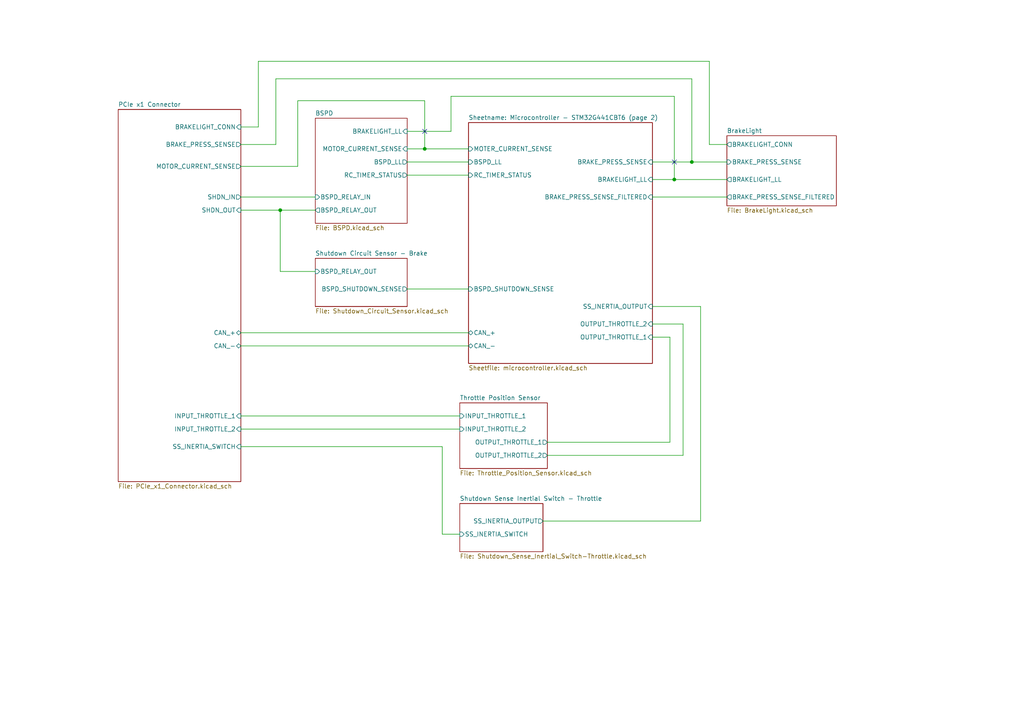
<source format=kicad_sch>
(kicad_sch
	(version 20250114)
	(generator "eeschema")
	(generator_version "9.0")
	(uuid "ec5dd9e3-3092-4af4-bee1-94131d9ab7f8")
	(paper "A4")
	(title_block
		(title "Vehicle Control Unit")
		(company "Olin Electric Motorsports")
		(comment 1 "By Leo Liao")
	)
	(lib_symbols)
	(junction
		(at 200.66 46.99)
		(diameter 0)
		(color 0 0 0 0)
		(uuid "2d34bf3f-cdca-4b7b-8892-61c8fad14204")
	)
	(junction
		(at 195.58 52.07)
		(diameter 0)
		(color 0 0 0 0)
		(uuid "442ce2f6-4ed1-4afc-b405-364aa7a4025f")
	)
	(junction
		(at 81.28 60.96)
		(diameter 0)
		(color 0 0 0 0)
		(uuid "85c770d4-5f33-4691-bb8f-ce58654697d2")
	)
	(junction
		(at 123.19 43.18)
		(diameter 0)
		(color 0 0 0 0)
		(uuid "fd5b6b36-2399-48dc-8040-ae3d92a0e8f7")
	)
	(no_connect
		(at 123.19 38.1)
		(uuid "d3729b93-5db4-48a0-bdbd-d504337f228a")
	)
	(no_connect
		(at 195.58 46.99)
		(uuid "d6d6dd0b-d645-4d73-8738-f88d5ae1853c")
	)
	(wire
		(pts
			(xy 69.85 48.26) (xy 86.36 48.26)
		)
		(stroke
			(width 0)
			(type default)
		)
		(uuid "01700370-0bfb-476e-8002-cda7f2788371")
	)
	(wire
		(pts
			(xy 205.74 17.78) (xy 205.74 41.91)
		)
		(stroke
			(width 0)
			(type default)
		)
		(uuid "039dca37-7232-45b0-893f-ce5a3b830ff9")
	)
	(wire
		(pts
			(xy 195.58 27.94) (xy 195.58 52.07)
		)
		(stroke
			(width 0)
			(type default)
		)
		(uuid "0899e977-f627-49e4-ac4d-8cec1204b1ce")
	)
	(wire
		(pts
			(xy 118.11 38.1) (xy 130.81 38.1)
		)
		(stroke
			(width 0)
			(type default)
		)
		(uuid "0ad3eef3-cb37-421d-9179-188f18eb5266")
	)
	(wire
		(pts
			(xy 80.01 41.91) (xy 80.01 22.86)
		)
		(stroke
			(width 0)
			(type default)
		)
		(uuid "0cb33bc6-c2b1-469b-aba1-a48e99f8c5bf")
	)
	(wire
		(pts
			(xy 81.28 60.96) (xy 81.28 78.74)
		)
		(stroke
			(width 0)
			(type default)
		)
		(uuid "0e8d0c76-b061-43a6-890b-664dc036bf78")
	)
	(wire
		(pts
			(xy 86.36 29.21) (xy 123.19 29.21)
		)
		(stroke
			(width 0)
			(type default)
		)
		(uuid "0ec91c8b-bf4a-4f13-b7f4-1512f3b7eccf")
	)
	(wire
		(pts
			(xy 69.85 124.46) (xy 133.35 124.46)
		)
		(stroke
			(width 0)
			(type default)
		)
		(uuid "1e4ce0da-7e07-4972-b278-c930bab270fe")
	)
	(wire
		(pts
			(xy 81.28 78.74) (xy 91.44 78.74)
		)
		(stroke
			(width 0)
			(type default)
		)
		(uuid "2607aa7d-9851-4a07-92e8-e09ed8743d34")
	)
	(wire
		(pts
			(xy 69.85 60.96) (xy 81.28 60.96)
		)
		(stroke
			(width 0)
			(type default)
		)
		(uuid "2c3f7aaf-1bc3-419a-84a3-4b7fd7cfefe3")
	)
	(wire
		(pts
			(xy 158.75 128.27) (xy 194.31 128.27)
		)
		(stroke
			(width 0)
			(type default)
		)
		(uuid "2caa37b2-0e34-4084-b04c-4cffdc998f7a")
	)
	(wire
		(pts
			(xy 118.11 83.82) (xy 135.89 83.82)
		)
		(stroke
			(width 0)
			(type default)
		)
		(uuid "2f42421f-75ba-47a4-9b5e-1aae85791789")
	)
	(wire
		(pts
			(xy 200.66 22.86) (xy 200.66 46.99)
		)
		(stroke
			(width 0)
			(type default)
		)
		(uuid "313f0c15-7eb6-45ba-845e-b75106914581")
	)
	(wire
		(pts
			(xy 130.81 27.94) (xy 195.58 27.94)
		)
		(stroke
			(width 0)
			(type default)
		)
		(uuid "3410e5f4-158a-4bf2-b857-97db6f3241bd")
	)
	(wire
		(pts
			(xy 158.75 132.08) (xy 198.12 132.08)
		)
		(stroke
			(width 0)
			(type default)
		)
		(uuid "34282f79-380c-4775-8761-dcbb6db2c102")
	)
	(wire
		(pts
			(xy 69.85 129.54) (xy 128.27 129.54)
		)
		(stroke
			(width 0)
			(type default)
		)
		(uuid "36395d1e-431b-48af-8c6a-a75c831a255d")
	)
	(wire
		(pts
			(xy 189.23 57.15) (xy 210.82 57.15)
		)
		(stroke
			(width 0)
			(type default)
		)
		(uuid "3b66b936-49cc-4103-9221-2d7e2ceecea0")
	)
	(wire
		(pts
			(xy 123.19 29.21) (xy 123.19 43.18)
		)
		(stroke
			(width 0)
			(type default)
		)
		(uuid "3f90045f-15c7-41d7-a53a-d92d0f091774")
	)
	(wire
		(pts
			(xy 128.27 154.94) (xy 133.35 154.94)
		)
		(stroke
			(width 0)
			(type default)
		)
		(uuid "4c89e19b-75a8-41a3-9b2e-5230caae60e1")
	)
	(wire
		(pts
			(xy 130.81 38.1) (xy 130.81 27.94)
		)
		(stroke
			(width 0)
			(type default)
		)
		(uuid "4d37b66b-08d7-4385-a217-c39bf5f475a5")
	)
	(wire
		(pts
			(xy 69.85 41.91) (xy 80.01 41.91)
		)
		(stroke
			(width 0)
			(type default)
		)
		(uuid "519a25d9-fe1e-4b47-8ef8-bb2af4845f4e")
	)
	(wire
		(pts
			(xy 118.11 50.8) (xy 135.89 50.8)
		)
		(stroke
			(width 0)
			(type default)
		)
		(uuid "51e5ba9c-69b9-4c04-85d6-d8d106ba1c68")
	)
	(wire
		(pts
			(xy 189.23 46.99) (xy 200.66 46.99)
		)
		(stroke
			(width 0)
			(type default)
		)
		(uuid "5677ad73-56ed-44b4-810b-ab8f4512f7fe")
	)
	(wire
		(pts
			(xy 69.85 120.65) (xy 133.35 120.65)
		)
		(stroke
			(width 0)
			(type default)
		)
		(uuid "56b8ccfb-03fe-44fb-9b21-9d0ff6f5d6a3")
	)
	(wire
		(pts
			(xy 198.12 93.98) (xy 189.23 93.98)
		)
		(stroke
			(width 0)
			(type default)
		)
		(uuid "5c0ddb4a-117a-485a-9b93-e1dac8e52b7b")
	)
	(wire
		(pts
			(xy 200.66 46.99) (xy 210.82 46.99)
		)
		(stroke
			(width 0)
			(type default)
		)
		(uuid "5e22ed02-2650-44c2-9b29-5bfaa6adb3fd")
	)
	(wire
		(pts
			(xy 74.93 36.83) (xy 74.93 17.78)
		)
		(stroke
			(width 0)
			(type default)
		)
		(uuid "5e3748bb-5f74-405e-a350-1f8bebc5e429")
	)
	(wire
		(pts
			(xy 205.74 41.91) (xy 210.82 41.91)
		)
		(stroke
			(width 0)
			(type default)
		)
		(uuid "60e97882-35bf-4479-b986-7a29042534b2")
	)
	(wire
		(pts
			(xy 69.85 96.52) (xy 135.89 96.52)
		)
		(stroke
			(width 0)
			(type default)
		)
		(uuid "7ab0aa13-88f1-4a67-a724-623e178b9102")
	)
	(wire
		(pts
			(xy 123.19 43.18) (xy 135.89 43.18)
		)
		(stroke
			(width 0)
			(type default)
		)
		(uuid "7ce78aef-3add-4bb0-89d0-41255a2596f3")
	)
	(wire
		(pts
			(xy 86.36 48.26) (xy 86.36 29.21)
		)
		(stroke
			(width 0)
			(type default)
		)
		(uuid "80fc396e-0d1f-40cf-9e2b-12cef3d5a089")
	)
	(wire
		(pts
			(xy 128.27 129.54) (xy 128.27 154.94)
		)
		(stroke
			(width 0)
			(type default)
		)
		(uuid "8eb5e37a-e4b8-43c1-a46f-62bdd6d23669")
	)
	(wire
		(pts
			(xy 74.93 17.78) (xy 205.74 17.78)
		)
		(stroke
			(width 0)
			(type default)
		)
		(uuid "924544ab-ee80-4061-add1-48c23e73e888")
	)
	(wire
		(pts
			(xy 69.85 36.83) (xy 74.93 36.83)
		)
		(stroke
			(width 0)
			(type default)
		)
		(uuid "99624902-7ef5-4175-ace2-e0af3476d630")
	)
	(wire
		(pts
			(xy 194.31 97.79) (xy 189.23 97.79)
		)
		(stroke
			(width 0)
			(type default)
		)
		(uuid "9c118182-77bf-44f3-9afd-b72ac71faec7")
	)
	(wire
		(pts
			(xy 81.28 60.96) (xy 91.44 60.96)
		)
		(stroke
			(width 0)
			(type default)
		)
		(uuid "bfb3e41c-e794-4263-b94b-ff6c72d74f0f")
	)
	(wire
		(pts
			(xy 80.01 22.86) (xy 200.66 22.86)
		)
		(stroke
			(width 0)
			(type default)
		)
		(uuid "c03619a8-d3db-421e-945e-c90bd2ffa54f")
	)
	(wire
		(pts
			(xy 118.11 43.18) (xy 123.19 43.18)
		)
		(stroke
			(width 0)
			(type default)
		)
		(uuid "c040b659-5ebd-49fd-98ea-e6927f2e5cd3")
	)
	(wire
		(pts
			(xy 194.31 128.27) (xy 194.31 97.79)
		)
		(stroke
			(width 0)
			(type default)
		)
		(uuid "c0d97f5a-ad0a-4acf-a859-cf880fa5905b")
	)
	(wire
		(pts
			(xy 118.11 46.99) (xy 135.89 46.99)
		)
		(stroke
			(width 0)
			(type default)
		)
		(uuid "ca518d9a-20b7-492e-b048-35184967d063")
	)
	(wire
		(pts
			(xy 195.58 52.07) (xy 210.82 52.07)
		)
		(stroke
			(width 0)
			(type default)
		)
		(uuid "d11eb05f-4ac3-4cd8-87a8-d07130c27fe5")
	)
	(wire
		(pts
			(xy 203.2 88.9) (xy 189.23 88.9)
		)
		(stroke
			(width 0)
			(type default)
		)
		(uuid "d2b2f98d-6d50-4e81-b626-858a69318077")
	)
	(wire
		(pts
			(xy 203.2 151.13) (xy 203.2 88.9)
		)
		(stroke
			(width 0)
			(type default)
		)
		(uuid "ded2968b-d4cf-42b4-ae1e-1075a142ceb4")
	)
	(wire
		(pts
			(xy 69.85 57.15) (xy 91.44 57.15)
		)
		(stroke
			(width 0)
			(type default)
		)
		(uuid "def4b12b-a2cb-4a80-a715-a6e341874e20")
	)
	(wire
		(pts
			(xy 189.23 52.07) (xy 195.58 52.07)
		)
		(stroke
			(width 0)
			(type default)
		)
		(uuid "df85623b-3c17-414f-8d76-b9ffa4339374")
	)
	(wire
		(pts
			(xy 69.85 100.33) (xy 135.89 100.33)
		)
		(stroke
			(width 0)
			(type default)
		)
		(uuid "f8cda56f-f86d-438a-bc0e-be4f8321a2d0")
	)
	(wire
		(pts
			(xy 198.12 132.08) (xy 198.12 93.98)
		)
		(stroke
			(width 0)
			(type default)
		)
		(uuid "fa536dc5-c419-47cc-980a-cae45c3b67ea")
	)
	(wire
		(pts
			(xy 157.48 151.13) (xy 203.2 151.13)
		)
		(stroke
			(width 0)
			(type default)
		)
		(uuid "fdfc1b4f-2431-4e0a-8e6a-ea4c9542958e")
	)
	(sheet
		(at 91.44 74.93)
		(size 26.67 13.97)
		(exclude_from_sim no)
		(in_bom yes)
		(on_board yes)
		(dnp no)
		(fields_autoplaced yes)
		(stroke
			(width 0.1524)
			(type solid)
		)
		(fill
			(color 0 0 0 0.0000)
		)
		(uuid "94fd2aa4-01d0-4ff6-ad4a-b2bd357b9cf8")
		(property "Sheetname" "Shutdown Circuit Sensor - Brake"
			(at 91.44 74.2184 0)
			(effects
				(font
					(size 1.27 1.27)
				)
				(justify left bottom)
			)
		)
		(property "Sheetfile" "Shutdown_Circuit_Sensor.kicad_sch"
			(at 91.44 89.4846 0)
			(effects
				(font
					(size 1.27 1.27)
				)
				(justify left top)
			)
		)
		(pin "BSPD_RELAY_OUT" input
			(at 91.44 78.74 180)
			(uuid "76aeb902-144f-4053-bb2c-a821ada10628")
			(effects
				(font
					(size 1.27 1.27)
				)
				(justify left)
			)
		)
		(pin "BSPD_SHUTDOWN_SENSE" output
			(at 118.11 83.82 0)
			(uuid "20bdf05c-c09d-42b0-b030-0ee70b95b517")
			(effects
				(font
					(size 1.27 1.27)
				)
				(justify right)
			)
		)
		(instances
			(project "VCU"
				(path "/ec5dd9e3-3092-4af4-bee1-94131d9ab7f8"
					(page "7")
				)
			)
		)
	)
	(sheet
		(at 210.82 39.37)
		(size 31.75 20.32)
		(exclude_from_sim no)
		(in_bom yes)
		(on_board yes)
		(dnp no)
		(fields_autoplaced yes)
		(stroke
			(width 0.1524)
			(type solid)
		)
		(fill
			(color 0 0 0 0.0000)
		)
		(uuid "c320cd2f-9217-4ab2-b275-be2d18e0c35c")
		(property "Sheetname" "BrakeLight"
			(at 210.82 38.6584 0)
			(effects
				(font
					(size 1.27 1.27)
				)
				(justify left bottom)
			)
		)
		(property "Sheetfile" "BrakeLight.kicad_sch"
			(at 210.82 60.2746 0)
			(effects
				(font
					(size 1.27 1.27)
				)
				(justify left top)
			)
		)
		(pin "BRAKELIGHT_CONN" output
			(at 210.82 41.91 180)
			(uuid "f3cd5895-39b1-4897-a1c3-0f3772cb8262")
			(effects
				(font
					(size 1.27 1.27)
				)
				(justify left)
			)
		)
		(pin "BRAKE_PRESS_SENSE" input
			(at 210.82 46.99 180)
			(uuid "26cc8ee2-ab08-41b4-81f4-2ce2b4662700")
			(effects
				(font
					(size 1.27 1.27)
				)
				(justify left)
			)
		)
		(pin "BRAKELIGHT_LL" output
			(at 210.82 52.07 180)
			(uuid "eb82a8a9-8229-4d2e-89be-aa415ab0ed21")
			(effects
				(font
					(size 1.27 1.27)
				)
				(justify left)
			)
		)
		(pin "BRAKE_PRESS_SENSE_FILTERED" output
			(at 210.82 57.15 180)
			(uuid "f29e9888-1e65-4887-b090-413f8fd1412c")
			(effects
				(font
					(size 1.27 1.27)
				)
				(justify left)
			)
		)
		(instances
			(project "VCU"
				(path "/ec5dd9e3-3092-4af4-bee1-94131d9ab7f8"
					(page "6")
				)
			)
		)
	)
	(sheet
		(at 133.35 116.84)
		(size 25.4 19.05)
		(exclude_from_sim no)
		(in_bom yes)
		(on_board yes)
		(dnp no)
		(fields_autoplaced yes)
		(stroke
			(width 0.1524)
			(type solid)
		)
		(fill
			(color 0 0 0 0.0000)
		)
		(uuid "d843e0e4-27e2-4646-bd11-f32d754cad20")
		(property "Sheetname" "Throttle Position Sensor"
			(at 133.35 116.1284 0)
			(effects
				(font
					(size 1.27 1.27)
				)
				(justify left bottom)
			)
		)
		(property "Sheetfile" "Throttle_Position_Sensor.kicad_sch"
			(at 133.35 136.4746 0)
			(effects
				(font
					(size 1.27 1.27)
				)
				(justify left top)
			)
		)
		(pin "INPUT_THROTTLE_1" input
			(at 133.35 120.65 180)
			(uuid "abaf74b4-ee7c-42b3-9725-bbee0a2f2274")
			(effects
				(font
					(size 1.27 1.27)
				)
				(justify left)
			)
		)
		(pin "INPUT_THROTTLE_2" input
			(at 133.35 124.46 180)
			(uuid "41402889-a094-4481-9037-2df8350eebee")
			(effects
				(font
					(size 1.27 1.27)
				)
				(justify left)
			)
		)
		(pin "OUTPUT_THROTTLE_1" output
			(at 158.75 128.27 0)
			(uuid "2ee72ddb-1913-484c-a9a4-7d8e0f59ec8e")
			(effects
				(font
					(size 1.27 1.27)
				)
				(justify right)
			)
		)
		(pin "OUTPUT_THROTTLE_2" output
			(at 158.75 132.08 0)
			(uuid "8fb38ba5-c16b-4cdf-a566-7795d04dc198")
			(effects
				(font
					(size 1.27 1.27)
				)
				(justify right)
			)
		)
		(instances
			(project "VCU"
				(path "/ec5dd9e3-3092-4af4-bee1-94131d9ab7f8"
					(page "9")
				)
			)
		)
	)
	(sheet
		(at 91.44 34.29)
		(size 26.67 30.48)
		(exclude_from_sim no)
		(in_bom yes)
		(on_board yes)
		(dnp no)
		(fields_autoplaced yes)
		(stroke
			(width 0.1524)
			(type solid)
		)
		(fill
			(color 0 0 0 0.0000)
		)
		(uuid "e2963e6f-c883-43e9-a7d7-57b0126dde14")
		(property "Sheetname" "BSPD"
			(at 91.44 33.5784 0)
			(effects
				(font
					(size 1.27 1.27)
				)
				(justify left bottom)
			)
		)
		(property "Sheetfile" "BSPD.kicad_sch"
			(at 91.44 65.3546 0)
			(effects
				(font
					(size 1.27 1.27)
				)
				(justify left top)
			)
		)
		(pin "BRAKELIGHT_LL" input
			(at 118.11 38.1 0)
			(uuid "dfa856ca-8a49-43dd-8779-fb6d79b7af01")
			(effects
				(font
					(size 1.27 1.27)
				)
				(justify right)
			)
		)
		(pin "BSPD_RELAY_IN" input
			(at 91.44 57.15 180)
			(uuid "98462df7-f52b-44b6-9c65-399cb8938c46")
			(effects
				(font
					(size 1.27 1.27)
				)
				(justify left)
			)
		)
		(pin "MOTOR_CURRENT_SENSE" input
			(at 118.11 43.18 0)
			(uuid "e5526f68-1a83-4749-95be-910894cef8f6")
			(effects
				(font
					(size 1.27 1.27)
				)
				(justify right)
			)
		)
		(pin "RC_TIMER_STATUS" output
			(at 118.11 50.8 0)
			(uuid "fca97f73-4dcf-46db-90da-21f8431332c5")
			(effects
				(font
					(size 1.27 1.27)
				)
				(justify right)
			)
		)
		(pin "BSPD_RELAY_OUT" output
			(at 91.44 60.96 180)
			(uuid "67996507-d3d3-4996-af4d-4feb14ad5909")
			(effects
				(font
					(size 1.27 1.27)
				)
				(justify left)
			)
		)
		(pin "BSPD_LL" output
			(at 118.11 46.99 0)
			(uuid "d4f4e3e9-2786-4b2a-97ed-f35b97cc3fde")
			(effects
				(font
					(size 1.27 1.27)
				)
				(justify right)
			)
		)
		(instances
			(project "VCU"
				(path "/ec5dd9e3-3092-4af4-bee1-94131d9ab7f8"
					(page "5")
				)
			)
		)
	)
	(sheet
		(at 34.29 31.75)
		(size 35.56 107.95)
		(exclude_from_sim no)
		(in_bom yes)
		(on_board yes)
		(dnp no)
		(fields_autoplaced yes)
		(stroke
			(width 0.1524)
			(type solid)
		)
		(fill
			(color 0 0 0 0.0000)
		)
		(uuid "f5075997-e0a3-4d84-b3da-8739948f4d50")
		(property "Sheetname" "PCIe x1 Connector"
			(at 34.29 31.0384 0)
			(effects
				(font
					(size 1.27 1.27)
				)
				(justify left bottom)
			)
		)
		(property "Sheetfile" "PCIe_x1_Connector.kicad_sch"
			(at 34.29 140.2846 0)
			(effects
				(font
					(size 1.27 1.27)
				)
				(justify left top)
			)
		)
		(pin "BRAKELIGHT_CONN" input
			(at 69.85 36.83 0)
			(uuid "ee848c67-461a-4ea8-afb3-7249929979db")
			(effects
				(font
					(size 1.27 1.27)
				)
				(justify right)
			)
		)
		(pin "BRAKE_PRESS_SENSE" output
			(at 69.85 41.91 0)
			(uuid "5c23aa9c-bca3-4ba9-be97-1ae28cac6932")
			(effects
				(font
					(size 1.27 1.27)
				)
				(justify right)
			)
		)
		(pin "CAN_+" bidirectional
			(at 69.85 96.52 0)
			(uuid "2b0bffc3-d065-4861-afe2-c1fa9f083fe6")
			(effects
				(font
					(size 1.27 1.27)
				)
				(justify right)
			)
		)
		(pin "CAN_-" bidirectional
			(at 69.85 100.33 0)
			(uuid "8bf0e10c-1446-4eb6-94c5-21ff8568a6df")
			(effects
				(font
					(size 1.27 1.27)
				)
				(justify right)
			)
		)
		(pin "INPUT_THROTTLE_1" input
			(at 69.85 120.65 0)
			(uuid "add688bf-9bce-4e31-8252-491eb9ac7e85")
			(effects
				(font
					(size 1.27 1.27)
				)
				(justify right)
			)
		)
		(pin "INPUT_THROTTLE_2" input
			(at 69.85 124.46 0)
			(uuid "cc347fd6-59b9-4da4-a83b-c1bb88bb716e")
			(effects
				(font
					(size 1.27 1.27)
				)
				(justify right)
			)
		)
		(pin "MOTOR_CURRENT_SENSE" output
			(at 69.85 48.26 0)
			(uuid "5be05fc9-9452-43be-886f-b5138ca87353")
			(effects
				(font
					(size 1.27 1.27)
				)
				(justify right)
			)
		)
		(pin "SHDN_IN" output
			(at 69.85 57.15 0)
			(uuid "84fdb457-5af0-48bc-8e7c-c1462f5b5b04")
			(effects
				(font
					(size 1.27 1.27)
				)
				(justify right)
			)
		)
		(pin "SHDN_OUT" input
			(at 69.85 60.96 0)
			(uuid "7a764e7d-e768-4b4c-b3eb-1d0ab0005624")
			(effects
				(font
					(size 1.27 1.27)
				)
				(justify right)
			)
		)
		(pin "SS_INERTIA_SWITCH" input
			(at 69.85 129.54 0)
			(uuid "f6483e47-b9dd-44fa-9ea1-a7c87a9fc2ff")
			(effects
				(font
					(size 1.27 1.27)
				)
				(justify right)
			)
		)
		(instances
			(project "VCU"
				(path "/ec5dd9e3-3092-4af4-bee1-94131d9ab7f8"
					(page "4")
				)
			)
		)
	)
	(sheet
		(at 133.35 146.05)
		(size 24.13 13.97)
		(exclude_from_sim no)
		(in_bom yes)
		(on_board yes)
		(dnp no)
		(fields_autoplaced yes)
		(stroke
			(width 0.1524)
			(type solid)
		)
		(fill
			(color 0 0 0 0.0000)
		)
		(uuid "f55c9820-8c9e-45b3-8461-692c1237659f")
		(property "Sheetname" "Shutdown Sense Inertial Switch - Throttle"
			(at 133.35 145.3384 0)
			(effects
				(font
					(size 1.27 1.27)
				)
				(justify left bottom)
			)
		)
		(property "Sheetfile" "Shutdown_Sense_Inertial_Switch-Throttle.kicad_sch"
			(at 133.35 160.6046 0)
			(effects
				(font
					(size 1.27 1.27)
				)
				(justify left top)
			)
		)
		(pin "SS_INERTIA_OUTPUT" output
			(at 157.48 151.13 0)
			(uuid "728c83cb-1965-4fe2-a0d6-d50e7b2cc161")
			(effects
				(font
					(size 1.27 1.27)
				)
				(justify right)
			)
		)
		(pin "SS_INERTIA_SWITCH" input
			(at 133.35 154.94 180)
			(uuid "21857e3b-8233-46a4-ba2b-183e7f0952df")
			(effects
				(font
					(size 1.27 1.27)
				)
				(justify left)
			)
		)
		(instances
			(project "VCU"
				(path "/ec5dd9e3-3092-4af4-bee1-94131d9ab7f8"
					(page "8")
				)
			)
		)
	)
	(sheet
		(at 135.89 35.56)
		(size 53.34 69.85)
		(exclude_from_sim no)
		(in_bom yes)
		(on_board yes)
		(dnp no)
		(fields_autoplaced yes)
		(stroke
			(width 0.1524)
			(type solid)
		)
		(fill
			(color 0 0 0 0.0000)
		)
		(uuid "f996f5d6-cd08-4333-a16f-19abda68c16f")
		(property "Sheetname" "Microcontroller - STM32G441CBT6 (page 2)"
			(at 135.89 34.8484 0)
			(show_name yes)
			(effects
				(font
					(size 1.27 1.27)
				)
				(justify left bottom)
			)
		)
		(property "Sheetfile" "microcontroller.kicad_sch"
			(at 135.89 105.9946 0)
			(show_name yes)
			(effects
				(font
					(size 1.27 1.27)
				)
				(justify left top)
			)
		)
		(pin "BRAKE_PRESS_SENSE" input
			(at 189.23 46.99 0)
			(uuid "0f9f4071-0d36-46f8-9245-11aefb5450a7")
			(effects
				(font
					(size 1.27 1.27)
				)
				(justify right)
			)
		)
		(pin "BRAKELIGHT_LL" input
			(at 189.23 52.07 0)
			(uuid "68438141-efb0-445a-bc96-203bc9f20f9e")
			(effects
				(font
					(size 1.27 1.27)
				)
				(justify right)
			)
		)
		(pin "BRAKE_PRESS_SENSE_FILTERED" input
			(at 189.23 57.15 0)
			(uuid "b28e3cd7-bcc8-400e-bd36-7922a96a99e5")
			(effects
				(font
					(size 1.27 1.27)
				)
				(justify right)
			)
		)
		(pin "BSPD_LL" input
			(at 135.89 46.99 180)
			(uuid "131e455c-32cc-4220-8334-1ead316d8601")
			(effects
				(font
					(size 1.27 1.27)
				)
				(justify left)
			)
		)
		(pin "BSPD_SHUTDOWN_SENSE" input
			(at 135.89 83.82 180)
			(uuid "311ab0ab-9502-4fbb-8f66-e4817bf09683")
			(effects
				(font
					(size 1.27 1.27)
				)
				(justify left)
			)
		)
		(pin "MOTER_CURRENT_SENSE" input
			(at 135.89 43.18 180)
			(uuid "b072dc14-84f8-47e9-a034-bdece0225bb9")
			(effects
				(font
					(size 1.27 1.27)
				)
				(justify left)
			)
		)
		(pin "OUTPUT_THROTTLE_1" input
			(at 189.23 97.79 0)
			(uuid "5dcc0dc6-952e-4419-8009-13df9cd8256a")
			(effects
				(font
					(size 1.27 1.27)
				)
				(justify right)
			)
		)
		(pin "OUTPUT_THROTTLE_2" input
			(at 189.23 93.98 0)
			(uuid "aeac32bf-b1d8-40ba-af01-5ab75da93d07")
			(effects
				(font
					(size 1.27 1.27)
				)
				(justify right)
			)
		)
		(pin "RC_TIMER_STATUS" input
			(at 135.89 50.8 180)
			(uuid "d93f1f6d-9426-4171-804e-a4be145ae8c2")
			(effects
				(font
					(size 1.27 1.27)
				)
				(justify left)
			)
		)
		(pin "SS_INERTIA_OUTPUT" input
			(at 189.23 88.9 0)
			(uuid "d9be1d8e-e393-42d5-b389-522075914929")
			(effects
				(font
					(size 1.27 1.27)
				)
				(justify right)
			)
		)
		(pin "CAN_+" bidirectional
			(at 135.89 96.52 180)
			(uuid "5375850c-be25-4d9b-9e81-a7eac6f8de2c")
			(effects
				(font
					(size 1.27 1.27)
				)
				(justify left)
			)
		)
		(pin "CAN_-" bidirectional
			(at 135.89 100.33 180)
			(uuid "859b0aea-ba6a-41c1-abe2-f73aab5d3dce")
			(effects
				(font
					(size 1.27 1.27)
				)
				(justify left)
			)
		)
		(instances
			(project "VCU"
				(path "/ec5dd9e3-3092-4af4-bee1-94131d9ab7f8"
					(page "2")
				)
			)
		)
	)
	(sheet_instances
		(path "/"
			(page "1")
		)
	)
	(embedded_fonts no)
	(embedded_files
		(file
			(name "oem template.kicad_wks")
			(type worksheet)
			(data |KLUv/aDU3gMAzGYAaqdkICXgRoR8hBydR1LxYkVO1BjTimofk6/PZIUtBVSFggCAMYYjDfDhDQIA
				AvMB5CHmogKNGO7g2yPl9vWd5AlmQbCAXFxv8bIsQB8tiyW1wa4c02i0CMgjrCs0lx25nmbkcWjU
				6Id31nrqG72EwJJcKc7FkGTAqRoAoIUS6Ia6sdG642xRZmomxI6jwi+mHpxzTho47CPOucgjLuKc
				Sx3nPP2kxddhnHMOpxNify6DQHUAIWXyLCwKwUbQljQNBYKkISjEpCurpVJQmmdRFkZ5lqSg7EVJ
				PEzyPosQIIB+ydiFo600ZAYcNxiwDHvEVBmyibYSkhkoj2ueJFGd4ywEjOeYdFUH9WCqLSmriIFg
				J9LlVV4rq56SKMmpIjKKLroBCAkMcFYDiEy6DFiBMNCY1DhJ41p3tnCJMEoFStyMco4zgCASAgZ5
				doJlVcdJYIHOowqBAAENQfMQFBCDk4Dk8V5A+rquQoAA5ABUJjuDwaAZqPyiJkIrVLnhWBNOK7ss
				y50sBQAgv7AiQRoFacDxQDKAyA9ULuVmL42C7IZ+MMxXlUk0RhkM9GXAptzuAdaE2xJBW1mVEXQh
				O2AGiQwg8ou6LmwqiIKcL8osyE4SRGaQcmNgAEFd8pVNlOHCsgyXMSwvUpWxE+RVUwbpFpAVaJsQ
				bGQhn+pHX7U1oCFIELRWG/IDlQsAIHbIaGMTPAMFBtQTLdDGAwgDlkkG+qKpAU6SJIuyFeSF1QYD
				nQsAIAABGuwvcJKmyhYQjsPgLSsBNThmBzUbnq7pJo9njLgNCmI05Ex/n2RQOuSQEG0sQj2oGBva
				vzoO8XaOteJch4Z57qgTyCloMkdBhcwVilhGmy1b4a0Rn1ScjTCBfe17v6DID0VI3IWM4Ibqf9FQ
				K4nCyafY9BBxouGehCclKD7ThQsopVXzf1BiLHQcgWEqZ6kfsuepCHIXIA6d+IEcNVlSxbpflC42
				TIbLb3cIdcc2eERCQy5IGpf7fhpFKwcjwc/8pCykt3Z0r3YWC1TO+RbqiKtVHpkRohJqvSRCJVkl
				rSoo37IGXu1aMKSyh6Gpnu0ulpSRxe7VnKP+hbsw/0Rz8AwqQg03DAmlmYuDvd+/oPt86SFOlZem
				KFX/1cGGShy8hseRMZnSj9ptydblGP7QD3oaHu1xcBgudT/FY+4Oh7ODFJSkSR4CeeJMHlbiFA/X
				oPmRyXHmo/0qNnoSreukBdHJaB0cEmPykxjtBSX4V1GUpBzGg/oVPgXoKY757pFGhalSnH9TGY9K
				SUNU1bGv27C9xZzIOef7bciHyh6cmAB1pGNRbNFVN6SChEt8ysJ3nAV1sHMFbXZ13qxVg4Wahdei
				eWk8CsgMFA8SS7r7DQ7uQjGDhBG2rrk4NDiiGNRKua8xFbCaTZWi0dcSEXZ0YgvsVKOaZAWJRV91
				pmFa+Ch4eKzEuZaUFOrZyk3fOn6+YrtasccW+semvdt+q1c572q+7uvdYQtrxRqz+ybmGgc3JOmH
				zbBEMlfR5RTPSGG2Yl7mJp3fVc9k3pnNuxSzj2yijvvr4yJNnoZb9wIP01k3YeeZqhYZ7o3/c0f1
				4F1/636RdNmSdkz2irgr72K2Pm7uYftzs5+E5Bv3McbiVhk561yf/Xl9Ft0x5twxJHe08EQZn+51
				bsnXUU7nHXWbhGMDVK6VU75rJtBSi6yPTgfongdQEekadL/5m8yGS8yZr9fDiczFYrnkRxH9W86O
				mn2OOmFrTHAbe7OURxWioi85US4/84TIPF05Y+511Y1yzXDfHEWq2/OwqEq5GqlVp21wKdWDm6WM
				UsaxtYg1OHGFR69S1dOmI4nQBfeWDZa45Gr1c9X9zHpZI9XXay2lw9enw1zO5aGvAqfOvRCnkY5r
				0/EIS06yWpdzTYer0aBSvdJO6CGJvGNbr827kX6ULeWgJ1qdxuAoU168GQOp1SxNZ5u4Wd24WWsp
				JXtwqyd9s7qZSnlBVQsuMcpQomTijjpwqhGqaGy8QhawCczi5WutF63aiWwxycQgz0vMtnq2kEwr
				ejYMHNXDhKSYbomRgYXiXyyawznnnPOfTKjjc8WZC0XHVso17h62OJwiB5JKwjlvlLXaf0OPBIkK
				zMb8RBpJmviInKiCIt/5xzbnK6KfOR1Ke+ZsXdsd+28KSZZiSn+tbZo0p1HapchhNpZL0bb1v2Wp
				2qE+8RT6BEJ3tC2NHClzUq16dEWPru2bqY2F/iZsfXMImwQpsl2DEfQP0LZF1JdSxO+Q3zr0IetT
				kfS3tCN+VKXS95bBpjlb1nbfwE1qJZ5qp6E/30HiLIhXnKcFg50mnP/X0CeIQykFQtzXcZ4t3pt5
				huckih1Ah+Tr9skns8DikH9EnH/p4pzX7aH7Leec/0aMjnvgrNVidRrbhCPMYY5QI5iLu5AulzNx
				LJQgaUwxW45tNpYgq/iJNM9ssXb+nakvVZaZcIRPljaXZxodrQLCfHvL9gy31kqIC/eOM/Zm1DZl
				30++Nr1MWXYn1j4UZXHK1mrK6K1ijOSJDdv9Jsf2dMvFQhnbMSHWFhaKhe09D9xislP5AJWP8VD6
				aSeHR7zL6eoLvmOFyvPf6flC4Vdr9XzTueA+1G2n+e8oo+Hab3j1jy3BHnCNfdjDaL6O3IJtEzZD
				VJF/WCdbPV8pZ64159bij+0A/Xp9ab3oqtMcT0jWVmIM4/5h7ea67Es9+2nP6M3zjLn6xPS8B4b1
				uZRsE5IJ2eUSYgNqP6N6dXvddmAzOK3eZjLnT1kk4blIXHMe2YIlqIIiH1MKIRGRGRFJkqQ4wnoG
				ATEi9eykOfKQHMaiCMRACCIGGUIEhBBCECGEEEIIEYiIyIjkzRqAIVZ6e2OISfMTiAULITCwyX1P
				uILep28DQi4dobW6LF3OtAboBh7xRIm7m/hJuBN4EYmtLLhH/2YI6iGGukyhj35ESfHEzsFcyumd
				BoMPGarBwXG3Ok/1lHG3IxYNzJzyWWRGZEt2Ea6m4o8GJSOVZvjxeEHYE6WnCC3aOoEAzY0IvClQ
				I9Z2h7SvKFgyBhit3TAG7bHkbeQ54niS3UoLryzt6p/L0iomhcmwZZXMtHkkyYcFxPOqe9oO677X
				rYB8nzoBl4Qt6jhKIlSR+slgmRotTuilAKMWm8wq6YKUnwGZGv2b9Ftzf1OAK24CiQtRNkWNJIyX
				0uKaQoDbyMOzLe5ejBks7E7gokqgPGEBDDBifoRbGKybCpphv6Y16GTaF0zuczAdxwDPJl9Tg+b6
				JowptKhszH0Xo4BTCWtN7Sesbmny4Ae6w7Wn4K0XRU1sLbssTnOCY7wVGwZRy9GG3vKrYzwlFEWP
				tsq4z1ELsv0DjDQenZYnEefz0M06moj7Mm5taEKCCKAQ+lrBHpoJ28YmZCJWaxGMoaiAIQ3xpwln
				/gNUgSGoePsTXqoiv+5LgR7qWvCCsZAKfKIhh5xQrndwHVxsmFJXngkkva2+VCD+lb7jp1zJDiuw
				clw0/tqRGInC0MzkjFz1a1/SJJzb31XtE35nUtylLBRWdwfKgFgZsWMIsBV8a+FQhXNvgkzhgUbC
				2t4eYe6ZdtS5GRd0Ksk+KaesaNNfEJ3IbDO3abnlJC2GG4MuODAFbWiLG0L7NzdFm1QmfDibdJJL
				rc6DlzWwmnM8DTV4Ki2sB89/wVrR1hb8cqHZGYXzpSAt1exw5c/7MKSXDXuPZvLzp136nH9a3VnL
				oj0OOwYAp4tjaVkw568CKXGINC3bBBAAK512LTCyN0B/FW6vA1gg3HubJbZ7nEMwsLpFd9y1SPVy
				d4IVYBzXFFZ3I7tiFMUi4sxt9rvT4awBDCb5OfaWE2ikd9mX4Ezut9gKAybRiBZcynUPqeqQJ9+l
				kjPldCgen2SqGVtK6mC3hUApqWgerynZNn2Xmy3kxcQuHbOMADSzDGihM+wQSKQ1YEJOy4VaKcIm
				qYR7mEtj9EaX/M5h0MY0jQGHURvTNEYchjZG0xjgOBZVk5quLj1mTO7kjaTcwA484i9ksCB/LJ6j
				sqJW7xh7PkhhYA89sf1jT5VywxjHdhh1IfVKYY/R66c19h+VSwriBCrxAw8bj9lZEv8s47el1jMr
				kZPtE87OPjAlRxo4NfMY+iMLPlpZ9vxP6IZYrhQCfqOHVd8diHiCn8qmUeGt1wmpPy3wBHUWCCog
				b/VVNPBoh7CGrPDjyI/jJfJHEcJnyzKhzIEzh5X0+EOG+ifmx87LlHDlEMEV3HqPptGtOpcbDWvi
				cHneiIe3xuERdyOIaGcSkHRnKCBrfuwtvIw1auXRMQt49dRaTik0Xe1nxQuYht7GMi8jWUW1WwjT
				8wtiHnAlYCResyD51yo0SJqNHOwbRAG7QeXfatrextE8p0x2PjEW+yNydm5Nlx14j5SjI2QqAKbj
				XSBAbdMGoleVcyzcucdTDCOpIXVDUhqRne9BOCCXYRjmTFUAUwBTALjOJd8hCm9iZOTrvSdOVrSt
				yZctxFH1mtFi3Wvig3CmdSbFj8o0CFSpdHVf1OVsglCPPNsPpApkQVXSXJlO1wk1XHiuaKVvhkQe
				AtpBDyrNhJo2QwW47DluBNiWXGVrJx+7pZzc+0ahxZu85D9FnI3QeFYC7bq3HQT0IC5WB2taed68
				p3DvF2d9An0rNhKwodCQ24g6AcgkT+OBrTpx+1Y50+V5zDX1F9jbJN/iRKk/RAta57ompmvOvPNz
				5CkIB/itSIESbnLJGfhFORImzJmQQxQMIvgYKVWlHp/SsaWwRPrM7YwM6qXRUHGOuQomYnSB4vHd
				i7KWnOsREsvA8/VQ+0xa9d8spGGzwEN3v/OBhEq7O54mRtrcxQM1vnBYLmpFOlEyRVy8UahpVUyT
				XlmtDao2ANHadyyk7frz0iJMoF0w0DAy51yoGIel7SpnD4IlqOL5ckl7BrK0REAExCgzQ2UeQsAg
				wlAEFAQRIAQIgxAgBAiCIAiCIAhCgCAIQ2CIYgo6Bt+2O4/CVzWhHbU8Ot/DTFbWv4/llkkLbSy+
				uQHp4SINMPyUcxfEm0fXr5NrIbdOCa4PGAxVhCPFc7+ubS+o+Ff73Dpav2Gllpi/63NUUN8g5J5r
				YKjQ0SdaTsQaRicTK3wC1jmq4/O6+FYO+iBuF5fO3uFIUv+3Y6fk7ydqx7ePY5z7LwksSM60P6Fj
				RhvbgTVBGymrTXym1GlnpTyXCqTRSfRnWs+FjNduV+D2hoozfjZ1pII9Rla+rZ8fP4KkRvFfchsm
				oYPTBovO2BFFMEKfi0HE07qoteWp9lYdcZszYb/GVpWiUuyI2ZVFnsS9P5COxdb/t+WWlJsfbiOe
				hEO7p0aIj37Zu3fMCBaPm01oi51OL3m7hz7/n9mZ0qJgm0TFnZ0RQZIo9YBnqX86HAZmUWJoEQ9o
				UzTA8Kf7FQEPaQACpN4pfEgfZkqSU26AJc8BIWMgVoDrYDnEEUuvy450EJlAwOhhRyetZBhEN8eT
				Ymrag/eLo9q5ZltqTbCg5dzXpuAMCP6ZpYc1UaVuF6XIe6mW5XjGGujSQ5E+ZWJtZqNi613/hEI0
				GwdNSmQ6hNyD8F9QtmlzRsPLKQsMvdi97Z1J7F0BbsHHhC08H47nncrdh6lJQkUFjCsohjdAiGPm
				Sv54y0KAwVBiuqSMtGm5P4OJs5kWiWdyKA8LNWOTy5owcXs7oJ/mKGlTRNM3fPLohBRiHEVJPaT7
				IhmQUgIX9ZO0miPtpqaIDY6kfIoByY0/oH6F7iKoxOfRCkr565dtTjw4wLhHNGPHkgU9n2ToNYM6
				kWlmz0y/iLp3ws6Mke1biuk0T4KiWGX3ypShkN1JfcDdj9sqB/kMKG3xMjtdSf91H1bT++qJofSs
				MFHm8hqbM7ptw0Mja1BCMHWdeyXUgNrOrkEm4+C10fjKDAQIHCSzzlq3mt7GupEoSEskO0Emrr+B
				b7A94oPOCKLfzKzCDgHUNmyYScCXpW6T5aw7Be7aOvp3x8mVehYLqPOA3JwlEoyY3x9E3GKdDlmZ
				kjjy0L/FufATKOAIiuss8XXX5RYhOIkTFGsqTpLJ7kwNN/I5EX+0JNYh8BRPlwbi9L8DLgDzxY+W
				CFR94R8SVD16DbDb//4JvM7d1ttqa40KqP5SBynMR02oR/B5NsmI39Z4iEpAJONTOTSQ2Wrv2s3t
				/+OJJGKFuLM16uuaX7eM7R5ggFtGGMi/VA7tIq0zLRwcqQ3NLQUzVUQ+Bn1pAIpR+AwiMC+MDpHi
				0pqo1wf4bVvGspbbhGRLktKY24EazZCCAtIsMMgAvgDEANeK2oz/BWWPzEbH+BFZe1w5LhtwORlM
				naY+GLqQO6Cbsj3pdNlq4RgrR4Wy9tZDGsLl/gBPkKBwp3SaRwey/3QX19XGJR/XfMzsdl+fZkEN
				x2PIpRJjndc9PAJUFilUKY+ow3FBzjHXM5FJkoYQW+vq6oIDLEnkUo+gpbJJgZ7N1KIZClXLaQQC
				NIAp2boKVc7RMVFGvmZzPzsLuktDCtxH1s/nWkeVUuEu/SCi0+q8psbG5mlBFWXY5jQrO4pcqDVk
				It1V2hUPq9kTej36EF117kExJnk8jR83aU8feqWNnttI4xEde8dXiXGcHVvxHO/yDmK8hanxt+4u
				dZ7f3f1f6hl7f40l5/zl9fJOPNb3YMRWlegVF3tW0rI+vGUbXMtAp/eHMKJxXP5wf9EGD6+3lW/F
				g51SDqc1nUNO9XnYjQm5LkX8Vp8nBvfinicz2jGj02UdX6DWv8WaQYEEIoKm4bzAQy0HNfEC1/F6
				3ulMJlpQZj2efng8p5pUYAvfp3vNMfqZJYhFmte0mrbt2moc1Ti24bok1rlVkEO/YfmJhp3O2Cv6
				C1wWg1v1P8I2kqc9otDmXzRcMPUvIHv9TDktlTKu2Vy/taoDevDGX7AYNrBOY7lEQ+QiIlwzVTKj
				qVafynoqcjEygY5pYmCa1rxuEigFAdZKtAryGp+Pa9Ov6rFxZfvHTSBSR9p66HQk1tA6WhsdX5WT
				DeOEWex0z2ZI78DeDx0Zc8Mjlx7nwpSzcZyQS+5L3rJP648ZN/a6O67SUOdvtM8a5zMAAggQYMCA
				ux8eCkugOXDAXyAU6Q+PAR0YDIa7bho0BQomWXfAEBCgwJfOEHPfxzQ8GK8h1/C7dNv89p+na8KO
				mZgMF7N7nVbS8nLRP+tbeEyd2d2nke6wl9f9mFhu1dtQUwdXpZHSr5q+RdFD4eu2IRHP+bQukX75
				jHPoPAeXPQVFMDy4pVI+gfM3VaD8RvTGJDWGqBKs2mjf+xxQ1wO3WrBt7fdkyD9g4/GOTZ4xYjZd
				9qmuPYiPvNOh1sRD3tNsET2i3JGA2xOXoYVKqGPUrCtkZw7ztxIEYTiMJFlSOWj5U3BzGAgSASYJ
				RQDDonAQBEMYBkEYBiFAKAIEgUACjiE5lnNObJQO39O7xoFxV4cKk1y9ICBvhraO/+g9AYSLIhdd
				ANIFKcSD7b62mkYDEOo75d9Vns8EurEBidy59cU6nIha3MRFEN05+10BLs2AccOZHQHMHzodYJTz
				AV0s1SJW3iEwWz8ViaALHNJe/HepiWnq/1JEPJNehfjV0vhXEGnft/wcryW2zjn6PSxYVFtSAKtN
				HDCQ1MtaIRY20fg1jKyvp3j9ReZlaSuW8xumELD40pi3qVLBVEaFLcapSFSdQfA1i3vb3hGYIfxg
				O9OdakkVzFahxcBKETyC5r2pcJ6xt7gbQ08zfiXXoKtU4HFlGqPLl7ncduSf5A6ZGH9fuzOk6l6I
				nzyo0lv08nDHowa1+zPdq5EmWo6lYuMu5BNsGMqCAwXnUSFMAZ/Kph+PhJMpaUX9Talim6iRMP1b
				qB2QE1z4jqySOBlonAlTWBymefnw+dIMUvn98fi9hcZCqrp/MVvBGVPn5KgT+ceDY0S9QW4SsoRw
				JJ+nSAPMJXuKPoOCTiRq1XBODyCVcrzCsuam0ayER9RA/lD89Pt8cpSj+nkD3yQB0h4TI06vJ7Sm
				imZvHp2iyFjUXmCX0IohiYuxxoVARFQIlygMdzailQfUAMqSSbJBNBlPb+STta/DhGihDjDOOut1
				nLsePZ15tmiTSXHY7DT0xBHsfWj6y/Fy7Nrji8nMag7LhgjrRsR+A5yU27eV8/9USMiZsAo9gKx6
				DcD1Ec6pwlzY8hs7BSC+Q3EzvqZ4pjhSF62244wO2HL32t5IsUHsTFnfXCejj+HLT6be/alyBPkx
				m6eO2SubUzYra6Ajh1WL/oS6U3oiD98fMizo22rwT5mKvKNaY1NivuPw3LJd5FPDias0V1kCk3p5
				Bd9dAkmUSbSAIwCVcBhroNC/aXg0GNw2w22ACm8eFSgSRral3oJyPLjDErCgzOz9lN0hY7q/XWlX
				oJKIRr+0aAIOcXZed/NqhiCBxNi+psImJuYE14wDyXw8Sl+h5OVpQpzeoGddKlnyoPigtAQHuiK/
				YDRJ2LAShuClU5eulXNMIroQcssGq9kG0sPlsv+Tb/qiRUkEBY+LoikV87IDH76KAA4PEgMBpU0o
				MwNG+8ihOg13/hap73ie0ND5C11EF4fwcP14mCGg3EskQTkBOojcWzje6NfVVdH7xCZ8b68E0eRq
				yZ9YDArwYTVeL1L9YJyqqdWMkE/psLtmZYrDd3hJpjR/u+4++EArycsxgyaUyfgP6nkqBSQc1RDm
				GTdtHIUCESIAoKL4g4y+wkODR/DrTRWP/HP/bwIEZFVvVBFHrKg6BSrWN1acNMDonDySMwLmAMcg
				2ANHCrWj0FDWWVBGEb6omhGr/3IZL+XoS/2EJmnZYiBlARyE6JSF+ePk4uMLIMTFikWCWAgE15hz
				aStEVMHZGmh+FOptMEWAP6RnIZEdli21YOWM/hEjcrlgN+GFxTl71tAIDcYvHr9lDfh0SLVinCoi
				K6d4287wv9XKkqv2KHvflofpGnD74Dl5gw3aPe01lWlsQExNxG542dsg0j0FMI1ukjsschYeP6yu
				0TiCIwmfstsh9XSTddZxBAthh6YbPoXuOahpG2kPCKNNK9N874YeOyETm0oxmsYQ4xOsGeaZYroZ
				SOMUy2gap1BBA1eWN3S+32g4BN/3piGISEC0h0VGjbmGSk4qPVCSRqwishYagAUCiSlAWRNJqW7P
				PCcVxiayMM5gdFSECAcotI2M/uRA5lAN4PznKYKEpZb4IN5C5ObKlN68AFoDTD8WrZMYSdveKFx4
				Uz1djZOB5Qs5hZ7QGbVpTGhwgwVr/sUVbWquHTOlCBj4yIzKCEBuMAf4eE85t+05t6M8WVmaVtNU
				3gGPPY7rKX4szRPivu449m4VeVsCr5LijGSgTWERAF0zJqp+J5BI9HYgfSIrsAasHlJUhEnq+sv0
				JNjnOl2TsARs4IOKKukjvoq0kgjL+jiEQVJCzo8fxkVdo66kqgP/ZoXyAqe++tQmNj1JctfCRO8x
				vyRiSEtOGFjCrxloU/9ESX/O0d8a/O9Orf5WAQUiH8N+TZl4P3BODkICoRJtYJsCmJ01aB+obSQC
				HGmRH8HiL4SNPp+goVbbaCMRNP8lAVAbbn9Ygyr9YYKwkS6Z/KydmQpq5InZCVWyOyGbBpf89fb3
				xoY8REbwF9RXFP/Te/FvyIejCdy6xi+64KNSkl+sowW+V9ZMK+HPG4YIPgpxvMPyG1On0EjEdDEh
				qHQSZuw7RjYjmU5aivppAXGKgTzsTI1AR3ZTwiqzYV9brQqGVGOgP1Bi5CyGCgHiKWBY+iiBSQxI
				JAFQuZxbqiti5H+xAYa05bNOeiRFaQjCKTafZQgnaoDuTp8WeSD6wA7jCWpOzBL/g0U32FvaBwz9
				f4/1XPT8hc/o0SNsBEsYCwfSxIv6x5AsQMrR6TOpR5vbk/3gkDxTry89ArlG3RDozDJ4IVXjlP9F
				BENeF/6S9pfyEVvBfSc+/GFFZVZYXPp0ZRQ/zGYF5czFbCz5JIADO4gx+WlsqMdAUHkUHhPkT6CA
				7yrx+2Dzzu14j+HzYpxwWxFRqfWkwpJZyaEb7D4BALvBeGjJFfI+4YVcSep4Rppra4sqKJzN0Uhx
				muCDPGqkFgRkecS58Wkvx6WXYiKIMjsGAspQfh9HfgCkPetk0uG97LRtHYuyqWhSEl9Fh0C3Js6L
				Om8uCSenwfjT41KKrl+m9elgpjcgHgltKsd2PNkU4x9lveaARTBDjAk7ZPdpwhtefngoKSVdSnB1
				xmafo4b8FZl5Dfc+9W5JIffPjuinIQximR6PK+O4JkbAppIu/zZ3f5E76OeSFJqVJUxrzJ9WH/D3
				b9ReNbftNGlDR2JvUBQZFCtwpAPCubNtfycsm6prVpjoF4LcztDfBQ4GTduZB/hmYlyD7Rj+jtN7
				xEf9gBaHXPicRVs2tztejf+mKqK3aIlAyhEIyXGg5qEHHdr7rsI4TwNM2VCIrG95XqhauTomzQRe
				7WhsKUXzVZYNjW7TTTE4u5IvEZRnJsMwPAwTcpHSHglDlctvQ+omnRgf172b+JNjhZjCU2lcwUMU
				YSXyDOXLv3BeXf2FsD1ubVdZFwv6lFHw+YQxMLf47TDhoxOvlo1GHl2+lOQlPqhBrsdfcBDn+KxC
				hVWkzsg0SOuIQiDyHTw1ttkIvdAA0fUSh+NboOD1yIighRJiEUru3L5aEDiRTlhkEHrL0sRxgpmC
				z3JZgFPSeq825OOL6TOMMpOtZb3J4dtt2frcYV/0HRYEI0qAlunjISzPYsFOGpg4zCUaqJcnI8qq
				TA==|
			)
			(checksum "3E725232106D05BF07B282AEA5FE7E4B")
		)
	)
)

</source>
